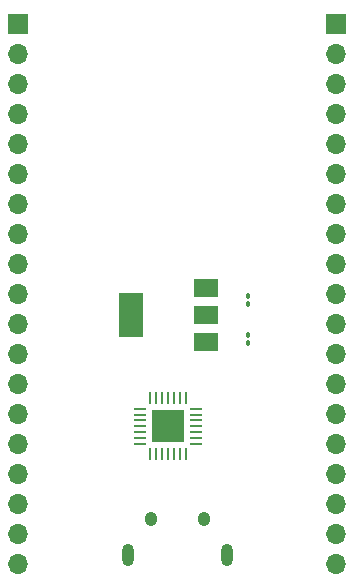
<source format=gbs>
%TF.GenerationSoftware,KiCad,Pcbnew,(5.99.0-11435-g252647e93c)*%
%TF.CreationDate,2021-07-20T11:27:33+10:00*%
%TF.ProjectId,ESP32 Clone devkit,45535033-3220-4436-9c6f-6e6520646576,1*%
%TF.SameCoordinates,Original*%
%TF.FileFunction,Soldermask,Bot*%
%TF.FilePolarity,Negative*%
%FSLAX46Y46*%
G04 Gerber Fmt 4.6, Leading zero omitted, Abs format (unit mm)*
G04 Created by KiCad (PCBNEW (5.99.0-11435-g252647e93c)) date 2021-07-20 11:27:33*
%MOMM*%
%LPD*%
G01*
G04 APERTURE LIST*
G04 Aperture macros list*
%AMRoundRect*
0 Rectangle with rounded corners*
0 $1 Rounding radius*
0 $2 $3 $4 $5 $6 $7 $8 $9 X,Y pos of 4 corners*
0 Add a 4 corners polygon primitive as box body*
4,1,4,$2,$3,$4,$5,$6,$7,$8,$9,$2,$3,0*
0 Add four circle primitives for the rounded corners*
1,1,$1+$1,$2,$3*
1,1,$1+$1,$4,$5*
1,1,$1+$1,$6,$7*
1,1,$1+$1,$8,$9*
0 Add four rect primitives between the rounded corners*
20,1,$1+$1,$2,$3,$4,$5,0*
20,1,$1+$1,$4,$5,$6,$7,0*
20,1,$1+$1,$6,$7,$8,$9,0*
20,1,$1+$1,$8,$9,$2,$3,0*%
G04 Aperture macros list end*
%ADD10O,1.000000X1.900000*%
%ADD11O,1.050000X1.250000*%
%ADD12R,2.000000X1.500000*%
%ADD13R,2.000000X3.800000*%
%ADD14R,2.700000X2.700000*%
%ADD15RoundRect,0.062500X0.062500X0.425000X-0.062500X0.425000X-0.062500X-0.425000X0.062500X-0.425000X0*%
%ADD16RoundRect,0.062500X0.425000X0.062500X-0.425000X0.062500X-0.425000X-0.062500X0.425000X-0.062500X0*%
%ADD17O,1.700000X1.700000*%
%ADD18R,1.700000X1.700000*%
%ADD19RoundRect,0.100000X0.100000X-0.130000X0.100000X0.130000X-0.100000X0.130000X-0.100000X-0.130000X0*%
G04 APERTURE END LIST*
D10*
%TO.C,J1*%
X93837000Y-117326000D03*
X85487000Y-117326000D03*
D11*
X91887000Y-114326000D03*
X87437000Y-114326000D03*
%TD*%
D12*
%TO.C,U2*%
X92050000Y-94728000D03*
X92050000Y-99328000D03*
X92050000Y-97028000D03*
D13*
X85750000Y-97028000D03*
%TD*%
D14*
%TO.C,U1*%
X88858000Y-106462000D03*
D15*
X90358000Y-104099500D03*
X89858000Y-104099500D03*
X89358000Y-104099500D03*
X88858000Y-104099500D03*
X88358000Y-104099500D03*
X87858000Y-104099500D03*
X87358000Y-104099500D03*
D16*
X86495500Y-104962000D03*
X86495500Y-105462000D03*
X86495500Y-105962000D03*
X86495500Y-106462000D03*
X86495500Y-106962000D03*
X86495500Y-107462000D03*
X86495500Y-107962000D03*
D15*
X87358000Y-108824500D03*
X87858000Y-108824500D03*
X88358000Y-108824500D03*
X88858000Y-108824500D03*
X89358000Y-108824500D03*
X89858000Y-108824500D03*
X90358000Y-108824500D03*
D16*
X91220500Y-107962000D03*
X91220500Y-107462000D03*
X91220500Y-106962000D03*
X91220500Y-106462000D03*
X91220500Y-105962000D03*
X91220500Y-105462000D03*
X91220500Y-104962000D03*
%TD*%
D17*
%TO.C,J3*%
X103124000Y-118110000D03*
X103124000Y-115570000D03*
X103124000Y-113030000D03*
X103124000Y-110490000D03*
X103124000Y-107950000D03*
X103124000Y-105410000D03*
X103124000Y-102870000D03*
X103124000Y-100330000D03*
X103124000Y-97790000D03*
X103124000Y-95250000D03*
X103124000Y-92710000D03*
X103124000Y-90170000D03*
X103124000Y-87630000D03*
X103124000Y-85090000D03*
X103124000Y-82550000D03*
X103124000Y-80010000D03*
X103124000Y-77470000D03*
X103124000Y-74930000D03*
D18*
X103124000Y-72390000D03*
%TD*%
D17*
%TO.C,J2*%
X76200000Y-118110000D03*
X76200000Y-115570000D03*
X76200000Y-113030000D03*
X76200000Y-110490000D03*
X76200000Y-107950000D03*
X76200000Y-105410000D03*
X76200000Y-102870000D03*
X76200000Y-100330000D03*
X76200000Y-97790000D03*
X76200000Y-95250000D03*
X76200000Y-92710000D03*
X76200000Y-90170000D03*
X76200000Y-87630000D03*
X76200000Y-85090000D03*
X76200000Y-82550000D03*
X76200000Y-80010000D03*
X76200000Y-77470000D03*
X76200000Y-74930000D03*
D18*
X76200000Y-72390000D03*
%TD*%
D19*
%TO.C,C3*%
X95656400Y-95438000D03*
X95656400Y-96078000D03*
%TD*%
%TO.C,C1*%
X95656400Y-98740000D03*
X95656400Y-99380000D03*
%TD*%
M02*

</source>
